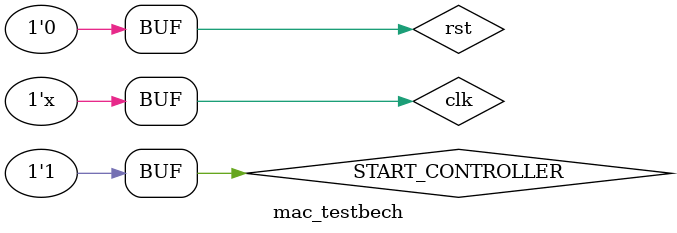
<source format=v>
`timescale 1ns / 1ps


module mac_testbech;

    // Testbench signals
    reg clk;                            // Clock signal
    reg rst;                            // Reset signal
    reg START_CONTROLLER;               // Start signal for matrix multiplication
    wire DONE;                          // Done signal to indicate completion
	 wire signed [31:0] Result_0;
	 wire signed [31:0] Result_1;
	 wire signed [31:0] Result_2;
	 wire signed [31:0] Result_3;
	 wire signed [31:0] Result_4;
	 wire signed [31:0] Result_5;
	 wire signed [31:0] Result_6;
	 wire signed [31:0] Result_7;
	 wire signed [31:0] Result_8;
	 wire signed [31:0] Result_9;
	 
	 wire signed [31:0] Result_10;
	 wire signed [31:0] Result_11;
	 wire signed [31:0] Result_12;
	 wire signed [31:0] Result_13;
	 wire signed [31:0] Result_14;
	 wire signed [31:0] Result_15;
	 wire signed [31:0] Result_16;
	 wire signed [31:0] Result_17;
	 wire signed [31:0] Result_18;
	 wire signed [31:0] Result_19;
	 
	 wire signed [31:0] Result_20;
	 wire signed [31:0] Result_21;
	 wire signed [31:0] Result_22;
	 wire signed [31:0] Result_23;
	 wire signed [31:0] Result_24;
	 wire signed [31:0] Result_25;
	 wire signed [31:0] Result_26;
	 wire signed [31:0] Result_27;
	 wire signed [31:0] Result_28;
	 wire signed [31:0] Result_29;
	 
	 wire signed [31:0] Result_30;
	 wire signed [31:0] Result_31;
	 wire signed [31:0] Result_32;
	 wire signed [31:0] Result_33;
	 wire signed [31:0] Result_34;
	 wire signed [31:0] Result_35;
	 wire signed [31:0] Result_36;
	 wire signed [31:0] Result_37;
	 wire signed [31:0] Result_38;
	 wire signed [31:0] Result_39;
	 
	 wire signed [31:0] Result_40;
	 wire signed [31:0] Result_41;
	 wire signed [31:0] Result_42;
	 wire signed [31:0] Result_43;
	 wire signed [31:0] Result_44;
	 wire signed [31:0] Result_45;
	 wire signed [31:0] Result_46;
	 wire signed [31:0] Result_47;
	 wire signed [31:0] Result_48;
	 wire signed [31:0] Result_49;
	 
	 wire signed [31:0] Result_50;
	 wire signed [31:0] Result_51;
	 wire signed [31:0] Result_52;
	 wire signed [31:0] Result_53;
	 wire signed [31:0] Result_54;
	 wire signed [31:0] Result_55;
	 wire signed [31:0] Result_56;
	 wire signed [31:0] Result_57;
	 wire signed [31:0] Result_58;
	 wire signed [31:0] Result_59;
	 
	 wire signed [31:0] Result_60;
	 wire signed [31:0] Result_61;
	 wire signed [31:0] Result_62;
	 wire signed [31:0] Result_63;
	 wire signed [31:0] Result_64;
	 wire signed [31:0] Result_65;
	 wire signed [31:0] Result_66;
	 wire signed [31:0] Result_67;
	 wire signed [31:0] Result_68;
	 wire signed [31:0] Result_69;
	 
	 wire signed [31:0] Result_70;
	 wire signed [31:0] Result_71;
	 wire signed [31:0] Result_72;
	 wire signed [31:0] Result_73;
	 wire signed [31:0] Result_74;
	 wire signed [31:0] Result_75;
	 wire signed [31:0] Result_76;
	 wire signed [31:0] Result_77;
	 wire signed [31:0] Result_78;
	 wire signed [31:0] Result_79;
	 
	 wire signed [31:0] Result_80;
	 wire signed [31:0] Result_81;
	 wire signed [31:0] Result_82;
	 wire signed [31:0] Result_83;
	 wire signed [31:0] Result_84;
	 wire signed [31:0] Result_85;
	 wire signed [31:0] Result_86;
	 wire signed [31:0] Result_87;
	 wire signed [31:0] Result_88;
	 wire signed [31:0] Result_89;
	 
	 wire signed [31:0] Result_90;
	 wire signed [31:0] Result_91;
	 wire signed [31:0] Result_92;
	 wire signed [31:0] Result_93;
	 wire signed [31:0] Result_94;
	 wire signed [31:0] Result_95;
	 wire signed [31:0] Result_96;
	 wire signed [31:0] Result_97;
	 wire signed [31:0] Result_98;
	 wire signed [31:0] Result_99;

	// Instantiate the Controller module
	mac_controller uut (
    .clk(clk),
    .rst(rst),
    .START_CONTROLLER(START_CONTROLLER),
    .DONE(DONE),
	 .Result_0(Result_0),			// First row result
	 .Result_1(Result_1),
	 .Result_2(Result_2),
	 .Result_3(Result_3),
	 .Result_4(Result_4),
	 .Result_5(Result_5),
	 .Result_6(Result_6),
	 .Result_7(Result_7),
	 .Result_8(Result_8),
	 .Result_9(Result_9),	 
	 
	 .Result_10(Result_10),			// Second row result
	 .Result_11(Result_11),
	 .Result_12(Result_12),
	 .Result_13(Result_13),
	 .Result_14(Result_14),
	 .Result_15(Result_15),
	 .Result_16(Result_16),
	 .Result_17(Result_17),
	 .Result_18(Result_18),
	 .Result_19(Result_19),
	 	 
	 .Result_20(Result_20),			// Third row result
	 .Result_21(Result_21),
	 .Result_22(Result_22),
	 .Result_23(Result_23),
	 .Result_24(Result_24),
	 .Result_25(Result_25),
	 .Result_26(Result_26),
	 .Result_27(Result_27),
	 .Result_28(Result_28),
	 .Result_29(Result_29),
 
	 .Result_30(Result_30),			// Fourth row result
	 .Result_31(Result_31),
	 .Result_32(Result_32),
	 .Result_33(Result_33),
	 .Result_34(Result_34),
	 .Result_35(Result_35),
	 .Result_36(Result_36),
	 .Result_37(Result_37),
	 .Result_38(Result_38),
	 .Result_39(Result_39),
	 	 	 	 
	 .Result_40(Result_40),			// Fifth row result
	 .Result_41(Result_41),
	 .Result_42(Result_42),
	 .Result_43(Result_43),
	 .Result_44(Result_44),
	 .Result_45(Result_45),
	 .Result_46(Result_46),
	 .Result_47(Result_47),
	 .Result_48(Result_48),
	 .Result_49(Result_49),
	 
	 .Result_50(Result_50),			// Sixth row result
	 .Result_51(Result_51),
	 .Result_52(Result_52),
	 .Result_53(Result_53),
	 .Result_54(Result_54),
	 .Result_55(Result_55),
	 .Result_56(Result_56),
	 .Result_57(Result_57),
	 .Result_58(Result_58),
	 .Result_59(Result_59),	 
	 
	 .Result_60(Result_60),			// Seventh row result
	 .Result_61(Result_61),
	 .Result_62(Result_62),
	 .Result_63(Result_63),
	 .Result_64(Result_64),
	 .Result_65(Result_65),
	 .Result_66(Result_66),
	 .Result_67(Result_67),
	 .Result_68(Result_68),
	 .Result_69(Result_69),
	 	 
	 .Result_70(Result_70),			// Eighth row result
	 .Result_71(Result_71),
	 .Result_72(Result_72),
	 .Result_73(Result_73),
	 .Result_74(Result_74),
	 .Result_75(Result_75),
	 .Result_76(Result_76),
	 .Result_77(Result_77),
	 .Result_78(Result_78),
	 .Result_79(Result_79),
	 	 	 
	 .Result_80(Result_80),			// Ninth row result
	 .Result_81(Result_81),
	 .Result_82(Result_82),
	 .Result_83(Result_83),
	 .Result_84(Result_84),
	 .Result_85(Result_85),
	 .Result_86(Result_86),
	 .Result_87(Result_87),
	 .Result_88(Result_88),
	 .Result_89(Result_89),
	 	 	 	 
	 .Result_90(Result_90),			// Tenth row result
	 .Result_91(Result_91),
	 .Result_92(Result_92),
	 .Result_93(Result_93),
	 .Result_94(Result_94),
	 .Result_95(Result_95),
	 .Result_96(Result_96),
	 .Result_97(Result_97),
	 .Result_98(Result_98),
	 .Result_99(Result_99)
   );

    // Clock generation (50MHz clock, 20ns period)
    always #10 clk = ~clk;
    
	 // Test stimulus
    initial begin
        // Initialize inputs
        clk = 1'b0;
        rst = 1'b1;
        START_CONTROLLER = 1'b0;
        
        #2;
        rst = 1'b0;
        #1;
        START_CONTROLLER = 1'b1;
         
    end

endmodule

</source>
